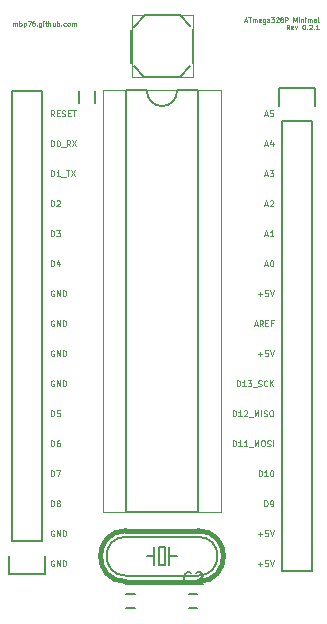
<source format=gto>
G04 #@! TF.FileFunction,Legend,Top*
%FSLAX46Y46*%
G04 Gerber Fmt 4.6, Leading zero omitted, Abs format (unit mm)*
G04 Created by KiCad (PCBNEW 4.0.2+dfsg1-stable) date Thu 29 Mar 2018 13:44:33 BST*
%MOMM*%
G01*
G04 APERTURE LIST*
%ADD10C,0.100000*%
%ADD11C,0.050000*%
%ADD12C,0.080000*%
%ADD13C,0.150000*%
%ADD14C,0.066040*%
%ADD15C,0.127000*%
%ADD16C,0.406400*%
%ADD17C,0.152400*%
G04 APERTURE END LIST*
D10*
D11*
X169005238Y-92255952D02*
X169005238Y-91989286D01*
X169005238Y-92027381D02*
X169024286Y-92008333D01*
X169062381Y-91989286D01*
X169119524Y-91989286D01*
X169157619Y-92008333D01*
X169176667Y-92046429D01*
X169176667Y-92255952D01*
X169176667Y-92046429D02*
X169195714Y-92008333D01*
X169233810Y-91989286D01*
X169290952Y-91989286D01*
X169329048Y-92008333D01*
X169348095Y-92046429D01*
X169348095Y-92255952D01*
X169538571Y-92255952D02*
X169538571Y-91855952D01*
X169538571Y-92008333D02*
X169576666Y-91989286D01*
X169652857Y-91989286D01*
X169690952Y-92008333D01*
X169710000Y-92027381D01*
X169729047Y-92065476D01*
X169729047Y-92179762D01*
X169710000Y-92217857D01*
X169690952Y-92236905D01*
X169652857Y-92255952D01*
X169576666Y-92255952D01*
X169538571Y-92236905D01*
X169900476Y-91989286D02*
X169900476Y-92389286D01*
X169900476Y-92008333D02*
X169938571Y-91989286D01*
X170014762Y-91989286D01*
X170052857Y-92008333D01*
X170071905Y-92027381D01*
X170090952Y-92065476D01*
X170090952Y-92179762D01*
X170071905Y-92217857D01*
X170052857Y-92236905D01*
X170014762Y-92255952D01*
X169938571Y-92255952D01*
X169900476Y-92236905D01*
X170224286Y-91855952D02*
X170490953Y-91855952D01*
X170319524Y-92255952D01*
X170814762Y-91855952D02*
X170738571Y-91855952D01*
X170700476Y-91875000D01*
X170681428Y-91894048D01*
X170643333Y-91951190D01*
X170624285Y-92027381D01*
X170624285Y-92179762D01*
X170643333Y-92217857D01*
X170662381Y-92236905D01*
X170700476Y-92255952D01*
X170776666Y-92255952D01*
X170814762Y-92236905D01*
X170833809Y-92217857D01*
X170852857Y-92179762D01*
X170852857Y-92084524D01*
X170833809Y-92046429D01*
X170814762Y-92027381D01*
X170776666Y-92008333D01*
X170700476Y-92008333D01*
X170662381Y-92027381D01*
X170643333Y-92046429D01*
X170624285Y-92084524D01*
X171024285Y-92217857D02*
X171043333Y-92236905D01*
X171024285Y-92255952D01*
X171005237Y-92236905D01*
X171024285Y-92217857D01*
X171024285Y-92255952D01*
X171386190Y-91989286D02*
X171386190Y-92313095D01*
X171367142Y-92351190D01*
X171348094Y-92370238D01*
X171309999Y-92389286D01*
X171252856Y-92389286D01*
X171214761Y-92370238D01*
X171386190Y-92236905D02*
X171348094Y-92255952D01*
X171271904Y-92255952D01*
X171233809Y-92236905D01*
X171214761Y-92217857D01*
X171195713Y-92179762D01*
X171195713Y-92065476D01*
X171214761Y-92027381D01*
X171233809Y-92008333D01*
X171271904Y-91989286D01*
X171348094Y-91989286D01*
X171386190Y-92008333D01*
X171576666Y-92255952D02*
X171576666Y-91989286D01*
X171576666Y-91855952D02*
X171557618Y-91875000D01*
X171576666Y-91894048D01*
X171595714Y-91875000D01*
X171576666Y-91855952D01*
X171576666Y-91894048D01*
X171709999Y-91989286D02*
X171862380Y-91989286D01*
X171767142Y-91855952D02*
X171767142Y-92198810D01*
X171786190Y-92236905D01*
X171824285Y-92255952D01*
X171862380Y-92255952D01*
X171995713Y-92255952D02*
X171995713Y-91855952D01*
X172167142Y-92255952D02*
X172167142Y-92046429D01*
X172148094Y-92008333D01*
X172109999Y-91989286D01*
X172052856Y-91989286D01*
X172014761Y-92008333D01*
X171995713Y-92027381D01*
X172529047Y-91989286D02*
X172529047Y-92255952D01*
X172357618Y-91989286D02*
X172357618Y-92198810D01*
X172376666Y-92236905D01*
X172414761Y-92255952D01*
X172471904Y-92255952D01*
X172509999Y-92236905D01*
X172529047Y-92217857D01*
X172719523Y-92255952D02*
X172719523Y-91855952D01*
X172719523Y-92008333D02*
X172757618Y-91989286D01*
X172833809Y-91989286D01*
X172871904Y-92008333D01*
X172890952Y-92027381D01*
X172909999Y-92065476D01*
X172909999Y-92179762D01*
X172890952Y-92217857D01*
X172871904Y-92236905D01*
X172833809Y-92255952D01*
X172757618Y-92255952D01*
X172719523Y-92236905D01*
X173081428Y-92217857D02*
X173100476Y-92236905D01*
X173081428Y-92255952D01*
X173062380Y-92236905D01*
X173081428Y-92217857D01*
X173081428Y-92255952D01*
X173443333Y-92236905D02*
X173405237Y-92255952D01*
X173329047Y-92255952D01*
X173290952Y-92236905D01*
X173271904Y-92217857D01*
X173252856Y-92179762D01*
X173252856Y-92065476D01*
X173271904Y-92027381D01*
X173290952Y-92008333D01*
X173329047Y-91989286D01*
X173405237Y-91989286D01*
X173443333Y-92008333D01*
X173671904Y-92255952D02*
X173633809Y-92236905D01*
X173614761Y-92217857D01*
X173595713Y-92179762D01*
X173595713Y-92065476D01*
X173614761Y-92027381D01*
X173633809Y-92008333D01*
X173671904Y-91989286D01*
X173729047Y-91989286D01*
X173767142Y-92008333D01*
X173786190Y-92027381D01*
X173805237Y-92065476D01*
X173805237Y-92179762D01*
X173786190Y-92217857D01*
X173767142Y-92236905D01*
X173729047Y-92255952D01*
X173671904Y-92255952D01*
X173976666Y-92255952D02*
X173976666Y-91989286D01*
X173976666Y-92027381D02*
X173995714Y-92008333D01*
X174033809Y-91989286D01*
X174090952Y-91989286D01*
X174129047Y-92008333D01*
X174148095Y-92046429D01*
X174148095Y-92255952D01*
X174148095Y-92046429D02*
X174167142Y-92008333D01*
X174205238Y-91989286D01*
X174262380Y-91989286D01*
X174300476Y-92008333D01*
X174319523Y-92046429D01*
X174319523Y-92255952D01*
X188621191Y-91836667D02*
X188811668Y-91836667D01*
X188583096Y-91950952D02*
X188716430Y-91550952D01*
X188849763Y-91950952D01*
X188925953Y-91550952D02*
X189154525Y-91550952D01*
X189040239Y-91950952D02*
X189040239Y-91550952D01*
X189287858Y-91950952D02*
X189287858Y-91684286D01*
X189287858Y-91722381D02*
X189306906Y-91703333D01*
X189345001Y-91684286D01*
X189402144Y-91684286D01*
X189440239Y-91703333D01*
X189459287Y-91741429D01*
X189459287Y-91950952D01*
X189459287Y-91741429D02*
X189478334Y-91703333D01*
X189516430Y-91684286D01*
X189573572Y-91684286D01*
X189611668Y-91703333D01*
X189630715Y-91741429D01*
X189630715Y-91950952D01*
X189973572Y-91931905D02*
X189935477Y-91950952D01*
X189859286Y-91950952D01*
X189821191Y-91931905D01*
X189802143Y-91893810D01*
X189802143Y-91741429D01*
X189821191Y-91703333D01*
X189859286Y-91684286D01*
X189935477Y-91684286D01*
X189973572Y-91703333D01*
X189992620Y-91741429D01*
X189992620Y-91779524D01*
X189802143Y-91817619D01*
X190335477Y-91684286D02*
X190335477Y-92008095D01*
X190316429Y-92046190D01*
X190297381Y-92065238D01*
X190259286Y-92084286D01*
X190202143Y-92084286D01*
X190164048Y-92065238D01*
X190335477Y-91931905D02*
X190297381Y-91950952D01*
X190221191Y-91950952D01*
X190183096Y-91931905D01*
X190164048Y-91912857D01*
X190145000Y-91874762D01*
X190145000Y-91760476D01*
X190164048Y-91722381D01*
X190183096Y-91703333D01*
X190221191Y-91684286D01*
X190297381Y-91684286D01*
X190335477Y-91703333D01*
X190697382Y-91950952D02*
X190697382Y-91741429D01*
X190678334Y-91703333D01*
X190640239Y-91684286D01*
X190564048Y-91684286D01*
X190525953Y-91703333D01*
X190697382Y-91931905D02*
X190659286Y-91950952D01*
X190564048Y-91950952D01*
X190525953Y-91931905D01*
X190506905Y-91893810D01*
X190506905Y-91855714D01*
X190525953Y-91817619D01*
X190564048Y-91798571D01*
X190659286Y-91798571D01*
X190697382Y-91779524D01*
X190849763Y-91550952D02*
X191097382Y-91550952D01*
X190964049Y-91703333D01*
X191021191Y-91703333D01*
X191059287Y-91722381D01*
X191078334Y-91741429D01*
X191097382Y-91779524D01*
X191097382Y-91874762D01*
X191078334Y-91912857D01*
X191059287Y-91931905D01*
X191021191Y-91950952D01*
X190906906Y-91950952D01*
X190868810Y-91931905D01*
X190849763Y-91912857D01*
X191249762Y-91589048D02*
X191268810Y-91570000D01*
X191306905Y-91550952D01*
X191402143Y-91550952D01*
X191440239Y-91570000D01*
X191459286Y-91589048D01*
X191478334Y-91627143D01*
X191478334Y-91665238D01*
X191459286Y-91722381D01*
X191230715Y-91950952D01*
X191478334Y-91950952D01*
X191706905Y-91722381D02*
X191668810Y-91703333D01*
X191649762Y-91684286D01*
X191630714Y-91646190D01*
X191630714Y-91627143D01*
X191649762Y-91589048D01*
X191668810Y-91570000D01*
X191706905Y-91550952D01*
X191783095Y-91550952D01*
X191821191Y-91570000D01*
X191840238Y-91589048D01*
X191859286Y-91627143D01*
X191859286Y-91646190D01*
X191840238Y-91684286D01*
X191821191Y-91703333D01*
X191783095Y-91722381D01*
X191706905Y-91722381D01*
X191668810Y-91741429D01*
X191649762Y-91760476D01*
X191630714Y-91798571D01*
X191630714Y-91874762D01*
X191649762Y-91912857D01*
X191668810Y-91931905D01*
X191706905Y-91950952D01*
X191783095Y-91950952D01*
X191821191Y-91931905D01*
X191840238Y-91912857D01*
X191859286Y-91874762D01*
X191859286Y-91798571D01*
X191840238Y-91760476D01*
X191821191Y-91741429D01*
X191783095Y-91722381D01*
X192030714Y-91950952D02*
X192030714Y-91550952D01*
X192183095Y-91550952D01*
X192221190Y-91570000D01*
X192240238Y-91589048D01*
X192259286Y-91627143D01*
X192259286Y-91684286D01*
X192240238Y-91722381D01*
X192221190Y-91741429D01*
X192183095Y-91760476D01*
X192030714Y-91760476D01*
X192735476Y-91950952D02*
X192735476Y-91550952D01*
X192868809Y-91836667D01*
X193002143Y-91550952D01*
X193002143Y-91950952D01*
X193192619Y-91950952D02*
X193192619Y-91684286D01*
X193192619Y-91550952D02*
X193173571Y-91570000D01*
X193192619Y-91589048D01*
X193211667Y-91570000D01*
X193192619Y-91550952D01*
X193192619Y-91589048D01*
X193383095Y-91684286D02*
X193383095Y-91950952D01*
X193383095Y-91722381D02*
X193402143Y-91703333D01*
X193440238Y-91684286D01*
X193497381Y-91684286D01*
X193535476Y-91703333D01*
X193554524Y-91741429D01*
X193554524Y-91950952D01*
X193745000Y-91950952D02*
X193745000Y-91684286D01*
X193745000Y-91550952D02*
X193725952Y-91570000D01*
X193745000Y-91589048D01*
X193764048Y-91570000D01*
X193745000Y-91550952D01*
X193745000Y-91589048D01*
X193935476Y-91950952D02*
X193935476Y-91684286D01*
X193935476Y-91722381D02*
X193954524Y-91703333D01*
X193992619Y-91684286D01*
X194049762Y-91684286D01*
X194087857Y-91703333D01*
X194106905Y-91741429D01*
X194106905Y-91950952D01*
X194106905Y-91741429D02*
X194125952Y-91703333D01*
X194164048Y-91684286D01*
X194221190Y-91684286D01*
X194259286Y-91703333D01*
X194278333Y-91741429D01*
X194278333Y-91950952D01*
X194640238Y-91950952D02*
X194640238Y-91741429D01*
X194621190Y-91703333D01*
X194583095Y-91684286D01*
X194506904Y-91684286D01*
X194468809Y-91703333D01*
X194640238Y-91931905D02*
X194602142Y-91950952D01*
X194506904Y-91950952D01*
X194468809Y-91931905D01*
X194449761Y-91893810D01*
X194449761Y-91855714D01*
X194468809Y-91817619D01*
X194506904Y-91798571D01*
X194602142Y-91798571D01*
X194640238Y-91779524D01*
X194887857Y-91950952D02*
X194849762Y-91931905D01*
X194830714Y-91893810D01*
X194830714Y-91550952D01*
X192392621Y-92560952D02*
X192259287Y-92370476D01*
X192164049Y-92560952D02*
X192164049Y-92160952D01*
X192316430Y-92160952D01*
X192354525Y-92180000D01*
X192373573Y-92199048D01*
X192392621Y-92237143D01*
X192392621Y-92294286D01*
X192373573Y-92332381D01*
X192354525Y-92351429D01*
X192316430Y-92370476D01*
X192164049Y-92370476D01*
X192716430Y-92541905D02*
X192678335Y-92560952D01*
X192602144Y-92560952D01*
X192564049Y-92541905D01*
X192545001Y-92503810D01*
X192545001Y-92351429D01*
X192564049Y-92313333D01*
X192602144Y-92294286D01*
X192678335Y-92294286D01*
X192716430Y-92313333D01*
X192735478Y-92351429D01*
X192735478Y-92389524D01*
X192545001Y-92427619D01*
X192868811Y-92294286D02*
X192964049Y-92560952D01*
X193059287Y-92294286D01*
X193592621Y-92160952D02*
X193630716Y-92160952D01*
X193668811Y-92180000D01*
X193687859Y-92199048D01*
X193706906Y-92237143D01*
X193725954Y-92313333D01*
X193725954Y-92408571D01*
X193706906Y-92484762D01*
X193687859Y-92522857D01*
X193668811Y-92541905D01*
X193630716Y-92560952D01*
X193592621Y-92560952D01*
X193554525Y-92541905D01*
X193535478Y-92522857D01*
X193516430Y-92484762D01*
X193497382Y-92408571D01*
X193497382Y-92313333D01*
X193516430Y-92237143D01*
X193535478Y-92199048D01*
X193554525Y-92180000D01*
X193592621Y-92160952D01*
X193897382Y-92522857D02*
X193916430Y-92541905D01*
X193897382Y-92560952D01*
X193878334Y-92541905D01*
X193897382Y-92522857D01*
X193897382Y-92560952D01*
X194068810Y-92199048D02*
X194087858Y-92180000D01*
X194125953Y-92160952D01*
X194221191Y-92160952D01*
X194259287Y-92180000D01*
X194278334Y-92199048D01*
X194297382Y-92237143D01*
X194297382Y-92275238D01*
X194278334Y-92332381D01*
X194049763Y-92560952D01*
X194297382Y-92560952D01*
X194468810Y-92522857D02*
X194487858Y-92541905D01*
X194468810Y-92560952D01*
X194449762Y-92541905D01*
X194468810Y-92522857D01*
X194468810Y-92560952D01*
X194868810Y-92560952D02*
X194640238Y-92560952D01*
X194754524Y-92560952D02*
X194754524Y-92160952D01*
X194716429Y-92218095D01*
X194678334Y-92256190D01*
X194640238Y-92275238D01*
D12*
X189730239Y-137830714D02*
X190111191Y-137830714D01*
X189920715Y-138021190D02*
X189920715Y-137640238D01*
X190587382Y-137521190D02*
X190349287Y-137521190D01*
X190325477Y-137759286D01*
X190349287Y-137735476D01*
X190396906Y-137711667D01*
X190515953Y-137711667D01*
X190563572Y-137735476D01*
X190587382Y-137759286D01*
X190611191Y-137806905D01*
X190611191Y-137925952D01*
X190587382Y-137973571D01*
X190563572Y-137997381D01*
X190515953Y-138021190D01*
X190396906Y-138021190D01*
X190349287Y-137997381D01*
X190325477Y-137973571D01*
X190754048Y-137521190D02*
X190920715Y-138021190D01*
X191087381Y-137521190D01*
X189730239Y-135290714D02*
X190111191Y-135290714D01*
X189920715Y-135481190D02*
X189920715Y-135100238D01*
X190587382Y-134981190D02*
X190349287Y-134981190D01*
X190325477Y-135219286D01*
X190349287Y-135195476D01*
X190396906Y-135171667D01*
X190515953Y-135171667D01*
X190563572Y-135195476D01*
X190587382Y-135219286D01*
X190611191Y-135266905D01*
X190611191Y-135385952D01*
X190587382Y-135433571D01*
X190563572Y-135457381D01*
X190515953Y-135481190D01*
X190396906Y-135481190D01*
X190349287Y-135457381D01*
X190325477Y-135433571D01*
X190754048Y-134981190D02*
X190920715Y-135481190D01*
X191087381Y-134981190D01*
X190277858Y-132941190D02*
X190277858Y-132441190D01*
X190396905Y-132441190D01*
X190468334Y-132465000D01*
X190515953Y-132512619D01*
X190539762Y-132560238D01*
X190563572Y-132655476D01*
X190563572Y-132726905D01*
X190539762Y-132822143D01*
X190515953Y-132869762D01*
X190468334Y-132917381D01*
X190396905Y-132941190D01*
X190277858Y-132941190D01*
X190801667Y-132941190D02*
X190896905Y-132941190D01*
X190944524Y-132917381D01*
X190968334Y-132893571D01*
X191015953Y-132822143D01*
X191039762Y-132726905D01*
X191039762Y-132536429D01*
X191015953Y-132488810D01*
X190992143Y-132465000D01*
X190944524Y-132441190D01*
X190849286Y-132441190D01*
X190801667Y-132465000D01*
X190777858Y-132488810D01*
X190754048Y-132536429D01*
X190754048Y-132655476D01*
X190777858Y-132703095D01*
X190801667Y-132726905D01*
X190849286Y-132750714D01*
X190944524Y-132750714D01*
X190992143Y-132726905D01*
X191015953Y-132703095D01*
X191039762Y-132655476D01*
X189801668Y-130401190D02*
X189801668Y-129901190D01*
X189920715Y-129901190D01*
X189992144Y-129925000D01*
X190039763Y-129972619D01*
X190063572Y-130020238D01*
X190087382Y-130115476D01*
X190087382Y-130186905D01*
X190063572Y-130282143D01*
X190039763Y-130329762D01*
X189992144Y-130377381D01*
X189920715Y-130401190D01*
X189801668Y-130401190D01*
X190563572Y-130401190D02*
X190277858Y-130401190D01*
X190420715Y-130401190D02*
X190420715Y-129901190D01*
X190373096Y-129972619D01*
X190325477Y-130020238D01*
X190277858Y-130044048D01*
X190873096Y-129901190D02*
X190920715Y-129901190D01*
X190968334Y-129925000D01*
X190992143Y-129948810D01*
X191015953Y-129996429D01*
X191039762Y-130091667D01*
X191039762Y-130210714D01*
X191015953Y-130305952D01*
X190992143Y-130353571D01*
X190968334Y-130377381D01*
X190920715Y-130401190D01*
X190873096Y-130401190D01*
X190825477Y-130377381D01*
X190801667Y-130353571D01*
X190777858Y-130305952D01*
X190754048Y-130210714D01*
X190754048Y-130091667D01*
X190777858Y-129996429D01*
X190801667Y-129948810D01*
X190825477Y-129925000D01*
X190873096Y-129901190D01*
X187611192Y-127861190D02*
X187611192Y-127361190D01*
X187730239Y-127361190D01*
X187801668Y-127385000D01*
X187849287Y-127432619D01*
X187873096Y-127480238D01*
X187896906Y-127575476D01*
X187896906Y-127646905D01*
X187873096Y-127742143D01*
X187849287Y-127789762D01*
X187801668Y-127837381D01*
X187730239Y-127861190D01*
X187611192Y-127861190D01*
X188373096Y-127861190D02*
X188087382Y-127861190D01*
X188230239Y-127861190D02*
X188230239Y-127361190D01*
X188182620Y-127432619D01*
X188135001Y-127480238D01*
X188087382Y-127504048D01*
X188849286Y-127861190D02*
X188563572Y-127861190D01*
X188706429Y-127861190D02*
X188706429Y-127361190D01*
X188658810Y-127432619D01*
X188611191Y-127480238D01*
X188563572Y-127504048D01*
X188944524Y-127908810D02*
X189325476Y-127908810D01*
X189444524Y-127861190D02*
X189444524Y-127361190D01*
X189611190Y-127718333D01*
X189777857Y-127361190D01*
X189777857Y-127861190D01*
X190111191Y-127361190D02*
X190206429Y-127361190D01*
X190254048Y-127385000D01*
X190301667Y-127432619D01*
X190325476Y-127527857D01*
X190325476Y-127694524D01*
X190301667Y-127789762D01*
X190254048Y-127837381D01*
X190206429Y-127861190D01*
X190111191Y-127861190D01*
X190063572Y-127837381D01*
X190015953Y-127789762D01*
X189992143Y-127694524D01*
X189992143Y-127527857D01*
X190015953Y-127432619D01*
X190063572Y-127385000D01*
X190111191Y-127361190D01*
X190515953Y-127837381D02*
X190587382Y-127861190D01*
X190706429Y-127861190D01*
X190754048Y-127837381D01*
X190777858Y-127813571D01*
X190801667Y-127765952D01*
X190801667Y-127718333D01*
X190777858Y-127670714D01*
X190754048Y-127646905D01*
X190706429Y-127623095D01*
X190611191Y-127599286D01*
X190563572Y-127575476D01*
X190539763Y-127551667D01*
X190515953Y-127504048D01*
X190515953Y-127456429D01*
X190539763Y-127408810D01*
X190563572Y-127385000D01*
X190611191Y-127361190D01*
X190730239Y-127361190D01*
X190801667Y-127385000D01*
X191015953Y-127861190D02*
X191015953Y-127361190D01*
X187611192Y-125321190D02*
X187611192Y-124821190D01*
X187730239Y-124821190D01*
X187801668Y-124845000D01*
X187849287Y-124892619D01*
X187873096Y-124940238D01*
X187896906Y-125035476D01*
X187896906Y-125106905D01*
X187873096Y-125202143D01*
X187849287Y-125249762D01*
X187801668Y-125297381D01*
X187730239Y-125321190D01*
X187611192Y-125321190D01*
X188373096Y-125321190D02*
X188087382Y-125321190D01*
X188230239Y-125321190D02*
X188230239Y-124821190D01*
X188182620Y-124892619D01*
X188135001Y-124940238D01*
X188087382Y-124964048D01*
X188563572Y-124868810D02*
X188587382Y-124845000D01*
X188635001Y-124821190D01*
X188754048Y-124821190D01*
X188801667Y-124845000D01*
X188825477Y-124868810D01*
X188849286Y-124916429D01*
X188849286Y-124964048D01*
X188825477Y-125035476D01*
X188539763Y-125321190D01*
X188849286Y-125321190D01*
X188944524Y-125368810D02*
X189325476Y-125368810D01*
X189444524Y-125321190D02*
X189444524Y-124821190D01*
X189611190Y-125178333D01*
X189777857Y-124821190D01*
X189777857Y-125321190D01*
X190015953Y-125321190D02*
X190015953Y-124821190D01*
X190230238Y-125297381D02*
X190301667Y-125321190D01*
X190420714Y-125321190D01*
X190468333Y-125297381D01*
X190492143Y-125273571D01*
X190515952Y-125225952D01*
X190515952Y-125178333D01*
X190492143Y-125130714D01*
X190468333Y-125106905D01*
X190420714Y-125083095D01*
X190325476Y-125059286D01*
X190277857Y-125035476D01*
X190254048Y-125011667D01*
X190230238Y-124964048D01*
X190230238Y-124916429D01*
X190254048Y-124868810D01*
X190277857Y-124845000D01*
X190325476Y-124821190D01*
X190444524Y-124821190D01*
X190515952Y-124845000D01*
X190825476Y-124821190D02*
X190920714Y-124821190D01*
X190968333Y-124845000D01*
X191015952Y-124892619D01*
X191039761Y-124987857D01*
X191039761Y-125154524D01*
X191015952Y-125249762D01*
X190968333Y-125297381D01*
X190920714Y-125321190D01*
X190825476Y-125321190D01*
X190777857Y-125297381D01*
X190730238Y-125249762D01*
X190706428Y-125154524D01*
X190706428Y-124987857D01*
X190730238Y-124892619D01*
X190777857Y-124845000D01*
X190825476Y-124821190D01*
X187944526Y-122781190D02*
X187944526Y-122281190D01*
X188063573Y-122281190D01*
X188135002Y-122305000D01*
X188182621Y-122352619D01*
X188206430Y-122400238D01*
X188230240Y-122495476D01*
X188230240Y-122566905D01*
X188206430Y-122662143D01*
X188182621Y-122709762D01*
X188135002Y-122757381D01*
X188063573Y-122781190D01*
X187944526Y-122781190D01*
X188706430Y-122781190D02*
X188420716Y-122781190D01*
X188563573Y-122781190D02*
X188563573Y-122281190D01*
X188515954Y-122352619D01*
X188468335Y-122400238D01*
X188420716Y-122424048D01*
X188873097Y-122281190D02*
X189182620Y-122281190D01*
X189015954Y-122471667D01*
X189087382Y-122471667D01*
X189135001Y-122495476D01*
X189158811Y-122519286D01*
X189182620Y-122566905D01*
X189182620Y-122685952D01*
X189158811Y-122733571D01*
X189135001Y-122757381D01*
X189087382Y-122781190D01*
X188944525Y-122781190D01*
X188896906Y-122757381D01*
X188873097Y-122733571D01*
X189277858Y-122828810D02*
X189658810Y-122828810D01*
X189754048Y-122757381D02*
X189825477Y-122781190D01*
X189944524Y-122781190D01*
X189992143Y-122757381D01*
X190015953Y-122733571D01*
X190039762Y-122685952D01*
X190039762Y-122638333D01*
X190015953Y-122590714D01*
X189992143Y-122566905D01*
X189944524Y-122543095D01*
X189849286Y-122519286D01*
X189801667Y-122495476D01*
X189777858Y-122471667D01*
X189754048Y-122424048D01*
X189754048Y-122376429D01*
X189777858Y-122328810D01*
X189801667Y-122305000D01*
X189849286Y-122281190D01*
X189968334Y-122281190D01*
X190039762Y-122305000D01*
X190539762Y-122733571D02*
X190515952Y-122757381D01*
X190444524Y-122781190D01*
X190396905Y-122781190D01*
X190325476Y-122757381D01*
X190277857Y-122709762D01*
X190254048Y-122662143D01*
X190230238Y-122566905D01*
X190230238Y-122495476D01*
X190254048Y-122400238D01*
X190277857Y-122352619D01*
X190325476Y-122305000D01*
X190396905Y-122281190D01*
X190444524Y-122281190D01*
X190515952Y-122305000D01*
X190539762Y-122328810D01*
X190754048Y-122781190D02*
X190754048Y-122281190D01*
X191039762Y-122781190D02*
X190825476Y-122495476D01*
X191039762Y-122281190D02*
X190754048Y-122566905D01*
X189730239Y-120050714D02*
X190111191Y-120050714D01*
X189920715Y-120241190D02*
X189920715Y-119860238D01*
X190587382Y-119741190D02*
X190349287Y-119741190D01*
X190325477Y-119979286D01*
X190349287Y-119955476D01*
X190396906Y-119931667D01*
X190515953Y-119931667D01*
X190563572Y-119955476D01*
X190587382Y-119979286D01*
X190611191Y-120026905D01*
X190611191Y-120145952D01*
X190587382Y-120193571D01*
X190563572Y-120217381D01*
X190515953Y-120241190D01*
X190396906Y-120241190D01*
X190349287Y-120217381D01*
X190325477Y-120193571D01*
X190754048Y-119741190D02*
X190920715Y-120241190D01*
X191087381Y-119741190D01*
X189420715Y-117558333D02*
X189658810Y-117558333D01*
X189373096Y-117701190D02*
X189539763Y-117201190D01*
X189706429Y-117701190D01*
X190158810Y-117701190D02*
X189992143Y-117463095D01*
X189873096Y-117701190D02*
X189873096Y-117201190D01*
X190063572Y-117201190D01*
X190111191Y-117225000D01*
X190135000Y-117248810D01*
X190158810Y-117296429D01*
X190158810Y-117367857D01*
X190135000Y-117415476D01*
X190111191Y-117439286D01*
X190063572Y-117463095D01*
X189873096Y-117463095D01*
X190373096Y-117439286D02*
X190539762Y-117439286D01*
X190611191Y-117701190D02*
X190373096Y-117701190D01*
X190373096Y-117201190D01*
X190611191Y-117201190D01*
X190992143Y-117439286D02*
X190825477Y-117439286D01*
X190825477Y-117701190D02*
X190825477Y-117201190D01*
X191063572Y-117201190D01*
X189730239Y-114970714D02*
X190111191Y-114970714D01*
X189920715Y-115161190D02*
X189920715Y-114780238D01*
X190587382Y-114661190D02*
X190349287Y-114661190D01*
X190325477Y-114899286D01*
X190349287Y-114875476D01*
X190396906Y-114851667D01*
X190515953Y-114851667D01*
X190563572Y-114875476D01*
X190587382Y-114899286D01*
X190611191Y-114946905D01*
X190611191Y-115065952D01*
X190587382Y-115113571D01*
X190563572Y-115137381D01*
X190515953Y-115161190D01*
X190396906Y-115161190D01*
X190349287Y-115137381D01*
X190325477Y-115113571D01*
X190754048Y-114661190D02*
X190920715Y-115161190D01*
X191087381Y-114661190D01*
X190325477Y-112478333D02*
X190563572Y-112478333D01*
X190277858Y-112621190D02*
X190444525Y-112121190D01*
X190611191Y-112621190D01*
X190873096Y-112121190D02*
X190920715Y-112121190D01*
X190968334Y-112145000D01*
X190992143Y-112168810D01*
X191015953Y-112216429D01*
X191039762Y-112311667D01*
X191039762Y-112430714D01*
X191015953Y-112525952D01*
X190992143Y-112573571D01*
X190968334Y-112597381D01*
X190920715Y-112621190D01*
X190873096Y-112621190D01*
X190825477Y-112597381D01*
X190801667Y-112573571D01*
X190777858Y-112525952D01*
X190754048Y-112430714D01*
X190754048Y-112311667D01*
X190777858Y-112216429D01*
X190801667Y-112168810D01*
X190825477Y-112145000D01*
X190873096Y-112121190D01*
X190325477Y-109938333D02*
X190563572Y-109938333D01*
X190277858Y-110081190D02*
X190444525Y-109581190D01*
X190611191Y-110081190D01*
X191039762Y-110081190D02*
X190754048Y-110081190D01*
X190896905Y-110081190D02*
X190896905Y-109581190D01*
X190849286Y-109652619D01*
X190801667Y-109700238D01*
X190754048Y-109724048D01*
X190325477Y-107398333D02*
X190563572Y-107398333D01*
X190277858Y-107541190D02*
X190444525Y-107041190D01*
X190611191Y-107541190D01*
X190754048Y-107088810D02*
X190777858Y-107065000D01*
X190825477Y-107041190D01*
X190944524Y-107041190D01*
X190992143Y-107065000D01*
X191015953Y-107088810D01*
X191039762Y-107136429D01*
X191039762Y-107184048D01*
X191015953Y-107255476D01*
X190730239Y-107541190D01*
X191039762Y-107541190D01*
X190325477Y-104858333D02*
X190563572Y-104858333D01*
X190277858Y-105001190D02*
X190444525Y-104501190D01*
X190611191Y-105001190D01*
X190730239Y-104501190D02*
X191039762Y-104501190D01*
X190873096Y-104691667D01*
X190944524Y-104691667D01*
X190992143Y-104715476D01*
X191015953Y-104739286D01*
X191039762Y-104786905D01*
X191039762Y-104905952D01*
X191015953Y-104953571D01*
X190992143Y-104977381D01*
X190944524Y-105001190D01*
X190801667Y-105001190D01*
X190754048Y-104977381D01*
X190730239Y-104953571D01*
X190325477Y-102318333D02*
X190563572Y-102318333D01*
X190277858Y-102461190D02*
X190444525Y-101961190D01*
X190611191Y-102461190D01*
X190992143Y-102127857D02*
X190992143Y-102461190D01*
X190873096Y-101937381D02*
X190754048Y-102294524D01*
X191063572Y-102294524D01*
X190325477Y-99778333D02*
X190563572Y-99778333D01*
X190277858Y-99921190D02*
X190444525Y-99421190D01*
X190611191Y-99921190D01*
X191015953Y-99421190D02*
X190777858Y-99421190D01*
X190754048Y-99659286D01*
X190777858Y-99635476D01*
X190825477Y-99611667D01*
X190944524Y-99611667D01*
X190992143Y-99635476D01*
X191015953Y-99659286D01*
X191039762Y-99706905D01*
X191039762Y-99825952D01*
X191015953Y-99873571D01*
X190992143Y-99897381D01*
X190944524Y-99921190D01*
X190825477Y-99921190D01*
X190777858Y-99897381D01*
X190754048Y-99873571D01*
X172465952Y-137545000D02*
X172418333Y-137521190D01*
X172346905Y-137521190D01*
X172275476Y-137545000D01*
X172227857Y-137592619D01*
X172204048Y-137640238D01*
X172180238Y-137735476D01*
X172180238Y-137806905D01*
X172204048Y-137902143D01*
X172227857Y-137949762D01*
X172275476Y-137997381D01*
X172346905Y-138021190D01*
X172394524Y-138021190D01*
X172465952Y-137997381D01*
X172489762Y-137973571D01*
X172489762Y-137806905D01*
X172394524Y-137806905D01*
X172704048Y-138021190D02*
X172704048Y-137521190D01*
X172989762Y-138021190D01*
X172989762Y-137521190D01*
X173227858Y-138021190D02*
X173227858Y-137521190D01*
X173346905Y-137521190D01*
X173418334Y-137545000D01*
X173465953Y-137592619D01*
X173489762Y-137640238D01*
X173513572Y-137735476D01*
X173513572Y-137806905D01*
X173489762Y-137902143D01*
X173465953Y-137949762D01*
X173418334Y-137997381D01*
X173346905Y-138021190D01*
X173227858Y-138021190D01*
X172465952Y-135005000D02*
X172418333Y-134981190D01*
X172346905Y-134981190D01*
X172275476Y-135005000D01*
X172227857Y-135052619D01*
X172204048Y-135100238D01*
X172180238Y-135195476D01*
X172180238Y-135266905D01*
X172204048Y-135362143D01*
X172227857Y-135409762D01*
X172275476Y-135457381D01*
X172346905Y-135481190D01*
X172394524Y-135481190D01*
X172465952Y-135457381D01*
X172489762Y-135433571D01*
X172489762Y-135266905D01*
X172394524Y-135266905D01*
X172704048Y-135481190D02*
X172704048Y-134981190D01*
X172989762Y-135481190D01*
X172989762Y-134981190D01*
X173227858Y-135481190D02*
X173227858Y-134981190D01*
X173346905Y-134981190D01*
X173418334Y-135005000D01*
X173465953Y-135052619D01*
X173489762Y-135100238D01*
X173513572Y-135195476D01*
X173513572Y-135266905D01*
X173489762Y-135362143D01*
X173465953Y-135409762D01*
X173418334Y-135457381D01*
X173346905Y-135481190D01*
X173227858Y-135481190D01*
X172204048Y-132941190D02*
X172204048Y-132441190D01*
X172323095Y-132441190D01*
X172394524Y-132465000D01*
X172442143Y-132512619D01*
X172465952Y-132560238D01*
X172489762Y-132655476D01*
X172489762Y-132726905D01*
X172465952Y-132822143D01*
X172442143Y-132869762D01*
X172394524Y-132917381D01*
X172323095Y-132941190D01*
X172204048Y-132941190D01*
X172775476Y-132655476D02*
X172727857Y-132631667D01*
X172704048Y-132607857D01*
X172680238Y-132560238D01*
X172680238Y-132536429D01*
X172704048Y-132488810D01*
X172727857Y-132465000D01*
X172775476Y-132441190D01*
X172870714Y-132441190D01*
X172918333Y-132465000D01*
X172942143Y-132488810D01*
X172965952Y-132536429D01*
X172965952Y-132560238D01*
X172942143Y-132607857D01*
X172918333Y-132631667D01*
X172870714Y-132655476D01*
X172775476Y-132655476D01*
X172727857Y-132679286D01*
X172704048Y-132703095D01*
X172680238Y-132750714D01*
X172680238Y-132845952D01*
X172704048Y-132893571D01*
X172727857Y-132917381D01*
X172775476Y-132941190D01*
X172870714Y-132941190D01*
X172918333Y-132917381D01*
X172942143Y-132893571D01*
X172965952Y-132845952D01*
X172965952Y-132750714D01*
X172942143Y-132703095D01*
X172918333Y-132679286D01*
X172870714Y-132655476D01*
X172204048Y-130401190D02*
X172204048Y-129901190D01*
X172323095Y-129901190D01*
X172394524Y-129925000D01*
X172442143Y-129972619D01*
X172465952Y-130020238D01*
X172489762Y-130115476D01*
X172489762Y-130186905D01*
X172465952Y-130282143D01*
X172442143Y-130329762D01*
X172394524Y-130377381D01*
X172323095Y-130401190D01*
X172204048Y-130401190D01*
X172656429Y-129901190D02*
X172989762Y-129901190D01*
X172775476Y-130401190D01*
X172204048Y-127861190D02*
X172204048Y-127361190D01*
X172323095Y-127361190D01*
X172394524Y-127385000D01*
X172442143Y-127432619D01*
X172465952Y-127480238D01*
X172489762Y-127575476D01*
X172489762Y-127646905D01*
X172465952Y-127742143D01*
X172442143Y-127789762D01*
X172394524Y-127837381D01*
X172323095Y-127861190D01*
X172204048Y-127861190D01*
X172918333Y-127361190D02*
X172823095Y-127361190D01*
X172775476Y-127385000D01*
X172751667Y-127408810D01*
X172704048Y-127480238D01*
X172680238Y-127575476D01*
X172680238Y-127765952D01*
X172704048Y-127813571D01*
X172727857Y-127837381D01*
X172775476Y-127861190D01*
X172870714Y-127861190D01*
X172918333Y-127837381D01*
X172942143Y-127813571D01*
X172965952Y-127765952D01*
X172965952Y-127646905D01*
X172942143Y-127599286D01*
X172918333Y-127575476D01*
X172870714Y-127551667D01*
X172775476Y-127551667D01*
X172727857Y-127575476D01*
X172704048Y-127599286D01*
X172680238Y-127646905D01*
X172204048Y-125321190D02*
X172204048Y-124821190D01*
X172323095Y-124821190D01*
X172394524Y-124845000D01*
X172442143Y-124892619D01*
X172465952Y-124940238D01*
X172489762Y-125035476D01*
X172489762Y-125106905D01*
X172465952Y-125202143D01*
X172442143Y-125249762D01*
X172394524Y-125297381D01*
X172323095Y-125321190D01*
X172204048Y-125321190D01*
X172942143Y-124821190D02*
X172704048Y-124821190D01*
X172680238Y-125059286D01*
X172704048Y-125035476D01*
X172751667Y-125011667D01*
X172870714Y-125011667D01*
X172918333Y-125035476D01*
X172942143Y-125059286D01*
X172965952Y-125106905D01*
X172965952Y-125225952D01*
X172942143Y-125273571D01*
X172918333Y-125297381D01*
X172870714Y-125321190D01*
X172751667Y-125321190D01*
X172704048Y-125297381D01*
X172680238Y-125273571D01*
X172465952Y-122305000D02*
X172418333Y-122281190D01*
X172346905Y-122281190D01*
X172275476Y-122305000D01*
X172227857Y-122352619D01*
X172204048Y-122400238D01*
X172180238Y-122495476D01*
X172180238Y-122566905D01*
X172204048Y-122662143D01*
X172227857Y-122709762D01*
X172275476Y-122757381D01*
X172346905Y-122781190D01*
X172394524Y-122781190D01*
X172465952Y-122757381D01*
X172489762Y-122733571D01*
X172489762Y-122566905D01*
X172394524Y-122566905D01*
X172704048Y-122781190D02*
X172704048Y-122281190D01*
X172989762Y-122781190D01*
X172989762Y-122281190D01*
X173227858Y-122781190D02*
X173227858Y-122281190D01*
X173346905Y-122281190D01*
X173418334Y-122305000D01*
X173465953Y-122352619D01*
X173489762Y-122400238D01*
X173513572Y-122495476D01*
X173513572Y-122566905D01*
X173489762Y-122662143D01*
X173465953Y-122709762D01*
X173418334Y-122757381D01*
X173346905Y-122781190D01*
X173227858Y-122781190D01*
X172465952Y-119765000D02*
X172418333Y-119741190D01*
X172346905Y-119741190D01*
X172275476Y-119765000D01*
X172227857Y-119812619D01*
X172204048Y-119860238D01*
X172180238Y-119955476D01*
X172180238Y-120026905D01*
X172204048Y-120122143D01*
X172227857Y-120169762D01*
X172275476Y-120217381D01*
X172346905Y-120241190D01*
X172394524Y-120241190D01*
X172465952Y-120217381D01*
X172489762Y-120193571D01*
X172489762Y-120026905D01*
X172394524Y-120026905D01*
X172704048Y-120241190D02*
X172704048Y-119741190D01*
X172989762Y-120241190D01*
X172989762Y-119741190D01*
X173227858Y-120241190D02*
X173227858Y-119741190D01*
X173346905Y-119741190D01*
X173418334Y-119765000D01*
X173465953Y-119812619D01*
X173489762Y-119860238D01*
X173513572Y-119955476D01*
X173513572Y-120026905D01*
X173489762Y-120122143D01*
X173465953Y-120169762D01*
X173418334Y-120217381D01*
X173346905Y-120241190D01*
X173227858Y-120241190D01*
X172465952Y-117225000D02*
X172418333Y-117201190D01*
X172346905Y-117201190D01*
X172275476Y-117225000D01*
X172227857Y-117272619D01*
X172204048Y-117320238D01*
X172180238Y-117415476D01*
X172180238Y-117486905D01*
X172204048Y-117582143D01*
X172227857Y-117629762D01*
X172275476Y-117677381D01*
X172346905Y-117701190D01*
X172394524Y-117701190D01*
X172465952Y-117677381D01*
X172489762Y-117653571D01*
X172489762Y-117486905D01*
X172394524Y-117486905D01*
X172704048Y-117701190D02*
X172704048Y-117201190D01*
X172989762Y-117701190D01*
X172989762Y-117201190D01*
X173227858Y-117701190D02*
X173227858Y-117201190D01*
X173346905Y-117201190D01*
X173418334Y-117225000D01*
X173465953Y-117272619D01*
X173489762Y-117320238D01*
X173513572Y-117415476D01*
X173513572Y-117486905D01*
X173489762Y-117582143D01*
X173465953Y-117629762D01*
X173418334Y-117677381D01*
X173346905Y-117701190D01*
X173227858Y-117701190D01*
X172465952Y-114685000D02*
X172418333Y-114661190D01*
X172346905Y-114661190D01*
X172275476Y-114685000D01*
X172227857Y-114732619D01*
X172204048Y-114780238D01*
X172180238Y-114875476D01*
X172180238Y-114946905D01*
X172204048Y-115042143D01*
X172227857Y-115089762D01*
X172275476Y-115137381D01*
X172346905Y-115161190D01*
X172394524Y-115161190D01*
X172465952Y-115137381D01*
X172489762Y-115113571D01*
X172489762Y-114946905D01*
X172394524Y-114946905D01*
X172704048Y-115161190D02*
X172704048Y-114661190D01*
X172989762Y-115161190D01*
X172989762Y-114661190D01*
X173227858Y-115161190D02*
X173227858Y-114661190D01*
X173346905Y-114661190D01*
X173418334Y-114685000D01*
X173465953Y-114732619D01*
X173489762Y-114780238D01*
X173513572Y-114875476D01*
X173513572Y-114946905D01*
X173489762Y-115042143D01*
X173465953Y-115089762D01*
X173418334Y-115137381D01*
X173346905Y-115161190D01*
X173227858Y-115161190D01*
X172204048Y-112621190D02*
X172204048Y-112121190D01*
X172323095Y-112121190D01*
X172394524Y-112145000D01*
X172442143Y-112192619D01*
X172465952Y-112240238D01*
X172489762Y-112335476D01*
X172489762Y-112406905D01*
X172465952Y-112502143D01*
X172442143Y-112549762D01*
X172394524Y-112597381D01*
X172323095Y-112621190D01*
X172204048Y-112621190D01*
X172918333Y-112287857D02*
X172918333Y-112621190D01*
X172799286Y-112097381D02*
X172680238Y-112454524D01*
X172989762Y-112454524D01*
X172204048Y-110081190D02*
X172204048Y-109581190D01*
X172323095Y-109581190D01*
X172394524Y-109605000D01*
X172442143Y-109652619D01*
X172465952Y-109700238D01*
X172489762Y-109795476D01*
X172489762Y-109866905D01*
X172465952Y-109962143D01*
X172442143Y-110009762D01*
X172394524Y-110057381D01*
X172323095Y-110081190D01*
X172204048Y-110081190D01*
X172656429Y-109581190D02*
X172965952Y-109581190D01*
X172799286Y-109771667D01*
X172870714Y-109771667D01*
X172918333Y-109795476D01*
X172942143Y-109819286D01*
X172965952Y-109866905D01*
X172965952Y-109985952D01*
X172942143Y-110033571D01*
X172918333Y-110057381D01*
X172870714Y-110081190D01*
X172727857Y-110081190D01*
X172680238Y-110057381D01*
X172656429Y-110033571D01*
X172204048Y-107541190D02*
X172204048Y-107041190D01*
X172323095Y-107041190D01*
X172394524Y-107065000D01*
X172442143Y-107112619D01*
X172465952Y-107160238D01*
X172489762Y-107255476D01*
X172489762Y-107326905D01*
X172465952Y-107422143D01*
X172442143Y-107469762D01*
X172394524Y-107517381D01*
X172323095Y-107541190D01*
X172204048Y-107541190D01*
X172680238Y-107088810D02*
X172704048Y-107065000D01*
X172751667Y-107041190D01*
X172870714Y-107041190D01*
X172918333Y-107065000D01*
X172942143Y-107088810D01*
X172965952Y-107136429D01*
X172965952Y-107184048D01*
X172942143Y-107255476D01*
X172656429Y-107541190D01*
X172965952Y-107541190D01*
X172204048Y-105001190D02*
X172204048Y-104501190D01*
X172323095Y-104501190D01*
X172394524Y-104525000D01*
X172442143Y-104572619D01*
X172465952Y-104620238D01*
X172489762Y-104715476D01*
X172489762Y-104786905D01*
X172465952Y-104882143D01*
X172442143Y-104929762D01*
X172394524Y-104977381D01*
X172323095Y-105001190D01*
X172204048Y-105001190D01*
X172965952Y-105001190D02*
X172680238Y-105001190D01*
X172823095Y-105001190D02*
X172823095Y-104501190D01*
X172775476Y-104572619D01*
X172727857Y-104620238D01*
X172680238Y-104644048D01*
X173061190Y-105048810D02*
X173442142Y-105048810D01*
X173489761Y-104501190D02*
X173775475Y-104501190D01*
X173632618Y-105001190D02*
X173632618Y-104501190D01*
X173894523Y-104501190D02*
X174227856Y-105001190D01*
X174227856Y-104501190D02*
X173894523Y-105001190D01*
X172204048Y-102461190D02*
X172204048Y-101961190D01*
X172323095Y-101961190D01*
X172394524Y-101985000D01*
X172442143Y-102032619D01*
X172465952Y-102080238D01*
X172489762Y-102175476D01*
X172489762Y-102246905D01*
X172465952Y-102342143D01*
X172442143Y-102389762D01*
X172394524Y-102437381D01*
X172323095Y-102461190D01*
X172204048Y-102461190D01*
X172799286Y-101961190D02*
X172846905Y-101961190D01*
X172894524Y-101985000D01*
X172918333Y-102008810D01*
X172942143Y-102056429D01*
X172965952Y-102151667D01*
X172965952Y-102270714D01*
X172942143Y-102365952D01*
X172918333Y-102413571D01*
X172894524Y-102437381D01*
X172846905Y-102461190D01*
X172799286Y-102461190D01*
X172751667Y-102437381D01*
X172727857Y-102413571D01*
X172704048Y-102365952D01*
X172680238Y-102270714D01*
X172680238Y-102151667D01*
X172704048Y-102056429D01*
X172727857Y-102008810D01*
X172751667Y-101985000D01*
X172799286Y-101961190D01*
X173061190Y-102508810D02*
X173442142Y-102508810D01*
X173846904Y-102461190D02*
X173680237Y-102223095D01*
X173561190Y-102461190D02*
X173561190Y-101961190D01*
X173751666Y-101961190D01*
X173799285Y-101985000D01*
X173823094Y-102008810D01*
X173846904Y-102056429D01*
X173846904Y-102127857D01*
X173823094Y-102175476D01*
X173799285Y-102199286D01*
X173751666Y-102223095D01*
X173561190Y-102223095D01*
X174013571Y-101961190D02*
X174346904Y-102461190D01*
X174346904Y-101961190D02*
X174013571Y-102461190D01*
X172489762Y-99921190D02*
X172323095Y-99683095D01*
X172204048Y-99921190D02*
X172204048Y-99421190D01*
X172394524Y-99421190D01*
X172442143Y-99445000D01*
X172465952Y-99468810D01*
X172489762Y-99516429D01*
X172489762Y-99587857D01*
X172465952Y-99635476D01*
X172442143Y-99659286D01*
X172394524Y-99683095D01*
X172204048Y-99683095D01*
X172704048Y-99659286D02*
X172870714Y-99659286D01*
X172942143Y-99921190D02*
X172704048Y-99921190D01*
X172704048Y-99421190D01*
X172942143Y-99421190D01*
X173132619Y-99897381D02*
X173204048Y-99921190D01*
X173323095Y-99921190D01*
X173370714Y-99897381D01*
X173394524Y-99873571D01*
X173418333Y-99825952D01*
X173418333Y-99778333D01*
X173394524Y-99730714D01*
X173370714Y-99706905D01*
X173323095Y-99683095D01*
X173227857Y-99659286D01*
X173180238Y-99635476D01*
X173156429Y-99611667D01*
X173132619Y-99564048D01*
X173132619Y-99516429D01*
X173156429Y-99468810D01*
X173180238Y-99445000D01*
X173227857Y-99421190D01*
X173346905Y-99421190D01*
X173418333Y-99445000D01*
X173632619Y-99659286D02*
X173799285Y-99659286D01*
X173870714Y-99921190D02*
X173632619Y-99921190D01*
X173632619Y-99421190D01*
X173870714Y-99421190D01*
X174013571Y-99421190D02*
X174299285Y-99421190D01*
X174156428Y-99921190D02*
X174156428Y-99421190D01*
D13*
X171450000Y-135890000D02*
X171450000Y-97790000D01*
X171450000Y-97790000D02*
X168910000Y-97790000D01*
X168910000Y-97790000D02*
X168910000Y-135890000D01*
X168630000Y-138710000D02*
X168630000Y-137160000D01*
X168910000Y-135890000D02*
X171450000Y-135890000D01*
X171730000Y-137160000D02*
X171730000Y-138710000D01*
X171730000Y-138710000D02*
X168630000Y-138710000D01*
X191770000Y-100330000D02*
X191770000Y-138430000D01*
X191770000Y-138430000D02*
X194310000Y-138430000D01*
X194310000Y-138430000D02*
X194310000Y-100330000D01*
X194590000Y-97510000D02*
X194590000Y-99060000D01*
X194310000Y-100330000D02*
X191770000Y-100330000D01*
X191490000Y-99060000D02*
X191490000Y-97510000D01*
X191490000Y-97510000D02*
X194590000Y-97510000D01*
D14*
X179110640Y-96578420D02*
X184208420Y-96578420D01*
X184208420Y-96578420D02*
X184208420Y-91381580D01*
X179110640Y-91381580D02*
X184208420Y-91381580D01*
X179110640Y-96578420D02*
X179110640Y-91381580D01*
D15*
X184208420Y-92547440D02*
X184208420Y-95448120D01*
X183108600Y-96578420D02*
X180510180Y-96578420D01*
X180510180Y-96578420D02*
X180152040Y-96578420D01*
X179011580Y-95437960D02*
X179011580Y-92585540D01*
X180210460Y-91381580D02*
X183108600Y-91381580D01*
X180210460Y-91381580D02*
X179212240Y-92382340D01*
X183108600Y-91381580D02*
X184007760Y-92280740D01*
X183108600Y-96578420D02*
X184007760Y-95679260D01*
X180152040Y-96578420D02*
X180111400Y-96578420D01*
X180111400Y-96578420D02*
X179212240Y-95679260D01*
D14*
X176611280Y-97731580D02*
X176611280Y-133408420D01*
X176611280Y-133408420D02*
X186608720Y-133408420D01*
X186608720Y-97731580D02*
X186608720Y-133408420D01*
X176611280Y-97731580D02*
X186608720Y-97731580D01*
D15*
X184658000Y-97731580D02*
X184658000Y-133408420D01*
X184658000Y-133408420D02*
X178562000Y-133408420D01*
X178562000Y-133408420D02*
X178562000Y-97731580D01*
X178562000Y-97731580D02*
X180340000Y-97731580D01*
X182880000Y-97731580D02*
X184658000Y-97731580D01*
X181658260Y-99060000D02*
X181561740Y-99060000D01*
X181663340Y-99060000D02*
G75*
G03X182880000Y-97731580I-55880J1272540D01*
G01*
X180340000Y-97736660D02*
G75*
G03X181561740Y-99060000I1272540J-50800D01*
G01*
D16*
X178562000Y-139319000D02*
X184658000Y-139319000D01*
X178562000Y-135001000D02*
X184658000Y-135001000D01*
D17*
X178562000Y-138811000D02*
X184658000Y-138811000D01*
X184658000Y-135509000D02*
X178562000Y-135509000D01*
X181356000Y-136398000D02*
X181864000Y-136398000D01*
X181864000Y-136398000D02*
X181864000Y-137922000D01*
X181864000Y-137922000D02*
X181356000Y-137922000D01*
X181356000Y-137922000D02*
X181356000Y-136398000D01*
X182245000Y-136398000D02*
X182245000Y-137160000D01*
X182245000Y-137160000D02*
X182245000Y-137922000D01*
X180975000Y-136398000D02*
X180975000Y-137160000D01*
X180975000Y-137160000D02*
X180975000Y-137922000D01*
X182245000Y-137160000D02*
X182880000Y-137160000D01*
X180975000Y-137160000D02*
X180340000Y-137160000D01*
D16*
X178562000Y-135001000D02*
G75*
G03X178562000Y-139319000I0J-2159000D01*
G01*
X184658000Y-139319000D02*
G75*
G03X184658000Y-135001000I0J2159000D01*
G01*
D17*
X178562000Y-135509000D02*
G75*
G03X178562000Y-138811000I0J-1651000D01*
G01*
X184658000Y-138811000D02*
G75*
G03X184658000Y-135509000I0J1651000D01*
G01*
D13*
X179305000Y-141570000D02*
X178605000Y-141570000D01*
X178605000Y-140370000D02*
X179305000Y-140370000D01*
X183915000Y-140370000D02*
X184615000Y-140370000D01*
X184615000Y-141570000D02*
X183915000Y-141570000D01*
X174585000Y-98810000D02*
X174585000Y-97810000D01*
X175935000Y-97810000D02*
X175935000Y-98810000D01*
X184098334Y-139427143D02*
X184050715Y-139474762D01*
X183907858Y-139522381D01*
X183812620Y-139522381D01*
X183669762Y-139474762D01*
X183574524Y-139379524D01*
X183526905Y-139284286D01*
X183479286Y-139093810D01*
X183479286Y-138950952D01*
X183526905Y-138760476D01*
X183574524Y-138665238D01*
X183669762Y-138570000D01*
X183812620Y-138522381D01*
X183907858Y-138522381D01*
X184050715Y-138570000D01*
X184098334Y-138617619D01*
X184479286Y-138617619D02*
X184526905Y-138570000D01*
X184622143Y-138522381D01*
X184860239Y-138522381D01*
X184955477Y-138570000D01*
X185003096Y-138617619D01*
X185050715Y-138712857D01*
X185050715Y-138808095D01*
X185003096Y-138950952D01*
X184431667Y-139522381D01*
X185050715Y-139522381D01*
M02*

</source>
